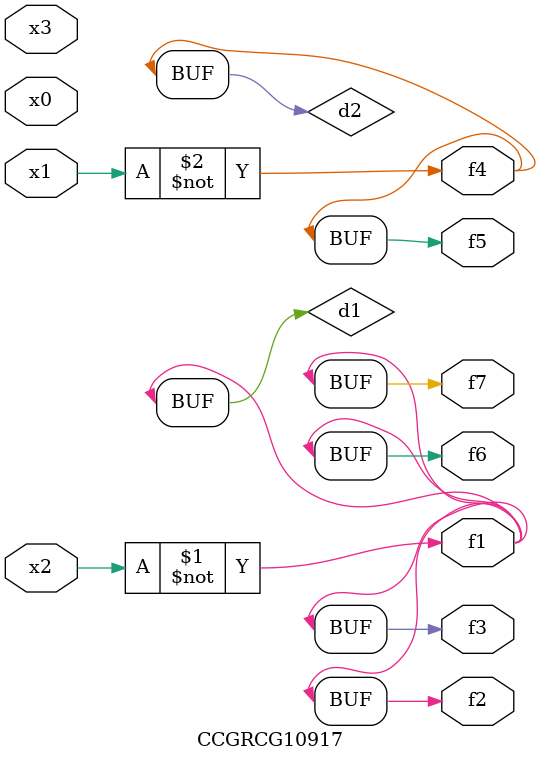
<source format=v>
module CCGRCG10917(
	input x0, x1, x2, x3,
	output f1, f2, f3, f4, f5, f6, f7
);

	wire d1, d2;

	xnor (d1, x2);
	not (d2, x1);
	assign f1 = d1;
	assign f2 = d1;
	assign f3 = d1;
	assign f4 = d2;
	assign f5 = d2;
	assign f6 = d1;
	assign f7 = d1;
endmodule

</source>
